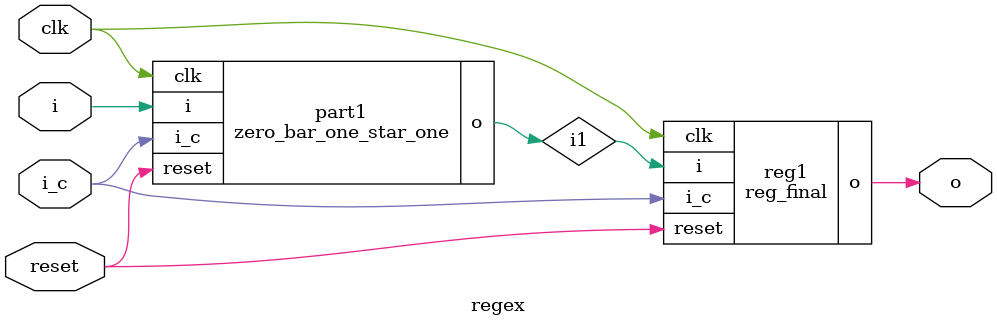
<source format=v>

module bar (input wire i, output wire o, input wire i1, i2, output wire o1, o2);
   assign o1 = i;
   assign o2 = i;
   or2 or2_0 (i1, i2, o);
endmodule

module dot (input wire i, output wire o, input wire i1, i2, output wire o1, o2);
   assign o1 = i;
   assign o2 = i1;
   assign o = i2;
endmodule

module star (input wire i, output wire o, input wire i1, output wire o1);
   or2 or2_0 (i, i1, o1);
   assign o = o1;
endmodule

module zero_bar_one (input wire clk, reset, i, input wire i_c, output wire o);
   wire i1, i2, o1, o2;
   bar bar_0 (i, o, i1, i2, o1, o2);
   char_zero char_zero_0 (clk, reset, o1, i_c, i1);
   char_one   char_one_0 (clk, reset, o2, i_c, i2);
endmodule

module zero_dot_one (input wire clk, reset, i, input wire i_c, output wire o);
   wire i1, i2, o1, o2;
   dot dot_0 (i, o, i1, i2, o1, o2);
   char_zero char_zero_1 (clk, reset, o1, i_c, i1);
   char_one char_one_2 (clk, reset, o2, i_c, i2); 
endmodule

module zero_bar_one_star (input wire clk, reset, i, input wire i_c, output wire o);
   wire i1, o1;
   star star_0 (i, o, i1, o1);
   zero_bar_one zero_bar_one_1 (clk, reset, o1, i_c, i1);
endmodule
/*module dff (input d,  
               input clk,  
               input reset,  
               output reg q,  
               output qn);  
   always @ (posedge clk or negedge reset)  
      if (!reset)  
         q <= 0;  
      else  
         q <= d;  
  
   assign qn = ~q;  
endmodule*/
 
module reg_final (input wire clk, reset, i, input wire i_c, output wire o);
wire [18:0] i1;
//wire [4:0] i1;

  zero_bar_one zero_bar_1(clk, reset, i, i_c, i1[0]);
   zero_bar_one zero_bar_2(clk, reset, i1[0], i_c, i1[1]);
   zero_bar_one zero_bar_3(clk, reset, i1[1], i_c,i1[2]);
   zero_bar_one zero_bar_4(clk, reset, i1[2], i_c, i1[3]);
   zero_bar_one zero_bar_5(clk, reset, i1[3], i_c, i1[4]);
   zero_bar_one zero_bar_6(clk, reset, i1[4], i_c, i1[5]);
   zero_bar_one zero_bar_7(clk, reset, i1[5], i_c, i1[6]);
   zero_bar_one zero_bar_8(clk, reset, i1[6], i_c, i1[7]);
   zero_bar_one zero_bar_9(clk, reset, i1[7], i_c, i1[8]);
   zero_bar_one zero_bar_10(clk, reset, i1[8], i_c,i1[9]);
   zero_bar_one zero_bar_11(clk, reset, i1[9], i_c, i1[10]);
   zero_bar_one zero_bar_12(clk, reset, i1[10], i_c, i1[11]);
   zero_bar_one zero_bar_13(clk, reset, i1[11], i_c, i1[12]);
   zero_bar_one zero_bar_14(clk, reset, i1[12], i_c, i1[13]);
   zero_bar_one zero_bar_15(clk, reset, i1[13], i_c, i1[14]);
   zero_bar_one zero_bar_16(clk, reset, i1[14], i_c, i1[15]);
   zero_bar_one zero_bar_17(clk, reset, i1[15], i_c, i1[16]);
   zero_bar_one zero_bar_18(clk, reset, i1[16], i_c, i1[17]);
   zero_bar_one zero_bar_19(clk, reset, i1[17], i_c, i1[18]);
   zero_bar_one zero_bar_20(clk, reset, i1[18], i_c, o);
   //zero_bar_one zero_bar_nineteen(clk, reset, i, i_c, o);
  // zero_bar_one zero_bar_twenty(clk, reset, i, i_c, o);
   
endmodule 

module zero_bar_one_star_one (input wire clk, reset, i, input wire i_c, output wire o);
   
   wire i1;
   wire i2;
   wire o1;
   wire o2;
   dot dot_0 (i, o, i1, i2, o1, o2);
   zero_bar_one_star zero_bar_one_star_1 (clk, reset, o1, i_c, i1);
   char_one   char_one_1 (clk, reset, o2, i_c, i2);
  

endmodule 

module regex (input wire clk, reset, i, input wire i_c, output wire o);
   // zero bar one star zero dot one
   wire  i1; 
   wire i2; 
   wire [1:0] i3;
   wire  o1;
   wire  o2;
 // dot dot_0 (i, o, i1, i2, o1, o2);
   zero_bar_one_star_one part1 (clk, reset, i, i_c, i1);
   reg_final reg1 (clk, reset, i1, i_c, o);
   /*xnor2 x1(o1[0],1'b0,i2[0]);
   xnor2 x2(o1[1],1'b0,i2[1]);
   xnor2 x3(o1[2],1'b1,i2[2]);
   xnor2 x4(o1[3],1'b0,i2[3]);
   xnor2 x5(o1[4],1'b1,i2[4]);
   and3 a1(i2[0],i2[1],i2[2],i3[0]);
   and2 a2(i2[3],i2[4],i3[1]);
   and2 a3(i3[0],i3[1],o);
  
   assign count = 5'b0;*/
endmodule

</source>
